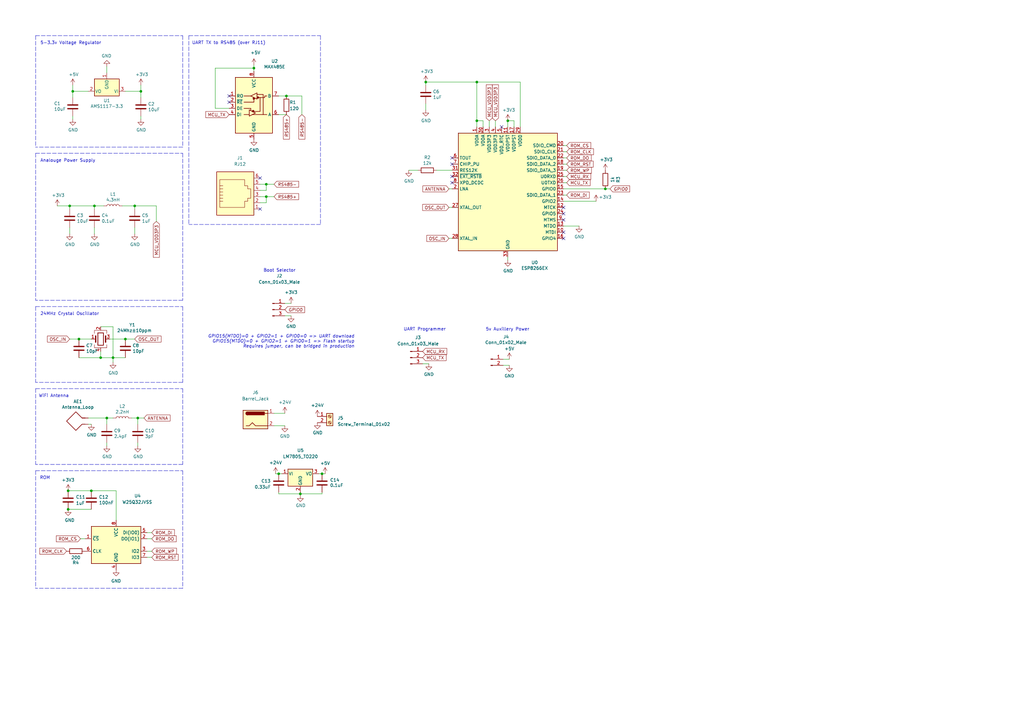
<source format=kicad_sch>
(kicad_sch (version 20201015) (generator eeschema)
  (paper "A3")
  (title_block (title "IOT-ESP8266-RS485 Master") (date "2021-07-19") (rev "v0.1.0"))
  (lib_symbols
    (symbol "Connector:Barrel_Jack" (pin_names (offset 1.016))
      (property "Reference" "J" (at 0 5.334 0))
      (property "Value" "Barrel_Jack" (at 0 -5.08 0))
      (symbol "Barrel_Jack_0_1"
        (arc (start -3.302 3.175) (end -3.302 1.905) (radius (at -3.302 2.54) (length 0.635) (angles 90.1 -90.1)) (stroke (width 0.254)) (fill (type outline)))
        (arc (start -3.302 3.175) (end -3.302 1.905) (radius (at -3.302 2.54) (length 0.635) (angles 90.1 -90.1)) (stroke (width 0.254)))
        (rectangle (start -5.08 3.81) (end 5.08 -3.81) (stroke (width 0.254)) (fill (type background)))
        (rectangle (start 3.683 3.175) (end -3.302 1.905) (stroke (width 0.254)) (fill (type outline)))
        (polyline (pts (xy 5.08 2.54) (xy 3.81 2.54)) (stroke (width 0.254)))
        (polyline (pts (xy -3.81 -2.54) (xy -2.54 -2.54) (xy -1.27 -1.27) (xy 0 -2.54) (xy 2.54 -2.54) (xy 5.08 -2.54)) (stroke (width 0.254)))
      )
      (symbol "Barrel_Jack_1_1"
        (pin passive line (at 7.62 2.54 180) (length 2.54) (name "~") (number "1"))
        (pin passive line (at 7.62 -2.54 180) (length 2.54) (name "~") (number "2"))
      )
    )
    (symbol "Connector:Conn_01x02_Male" (pin_names (offset 1.016) hide)
      (property "Reference" "J" (at 0 2.54 0))
      (property "Value" "Conn_01x02_Male" (at 0 -5.08 0))
      (symbol "Conn_01x02_Male_1_1"
        (rectangle (start 0.8636 -2.413) (end 0 -2.667) (stroke (width 0.1524)) (fill (type outline)))
        (rectangle (start 0.8636 0.127) (end 0 -0.127) (stroke (width 0.1524)) (fill (type outline)))
        (polyline (pts (xy 1.27 -2.54) (xy 0.8636 -2.54)) (stroke (width 0.1524)))
        (polyline (pts (xy 1.27 0) (xy 0.8636 0)) (stroke (width 0.1524)))
        (pin passive line (at 5.08 0 180) (length 3.81) (name "Pin_1") (number "1"))
        (pin passive line (at 5.08 -2.54 180) (length 3.81) (name "Pin_2") (number "2"))
      )
    )
    (symbol "Connector:Conn_01x03_Male" (pin_names (offset 1.016) hide)
      (property "Reference" "J" (at 0 5.08 0))
      (property "Value" "Conn_01x03_Male" (at 0 -5.08 0))
      (symbol "Conn_01x03_Male_1_1"
        (rectangle (start 0.8636 -2.413) (end 0 -2.667) (stroke (width 0.1524)) (fill (type outline)))
        (rectangle (start 0.8636 0.127) (end 0 -0.127) (stroke (width 0.1524)) (fill (type outline)))
        (rectangle (start 0.8636 2.667) (end 0 2.413) (stroke (width 0.1524)) (fill (type outline)))
        (polyline (pts (xy 1.27 -2.54) (xy 0.8636 -2.54)) (stroke (width 0.1524)))
        (polyline (pts (xy 1.27 0) (xy 0.8636 0)) (stroke (width 0.1524)))
        (polyline (pts (xy 1.27 2.54) (xy 0.8636 2.54)) (stroke (width 0.1524)))
        (pin passive line (at 5.08 2.54 180) (length 3.81) (name "Pin_1") (number "1"))
        (pin passive line (at 5.08 0 180) (length 3.81) (name "Pin_2") (number "2"))
        (pin passive line (at 5.08 -2.54 180) (length 3.81) (name "Pin_3") (number "3"))
      )
    )
    (symbol "Connector:RJ12" (pin_names (offset 1.016))
      (property "Reference" "J" (at -5.08 11.43 0))
      (property "Value" "RJ12" (at 2.54 11.43 0))
      (symbol "RJ12_0_1"
        (rectangle (start 7.62 10.16) (end -7.62 -7.62) (stroke (width 0.254)) (fill (type background)))
        (polyline (pts (xy -6.35 -1.905) (xy -5.08 -1.905) (xy -5.08 -1.905)))
        (polyline (pts (xy -6.35 -0.635) (xy -5.08 -0.635) (xy -5.08 -0.635)))
        (polyline (pts (xy -6.35 0.635) (xy -5.08 0.635) (xy -5.08 0.635)))
        (polyline (pts (xy -6.35 1.905) (xy -5.08 1.905) (xy -5.08 1.905)))
        (polyline (pts (xy -6.35 3.175) (xy -5.08 3.175) (xy -5.08 3.175)))
        (polyline (pts (xy -5.08 4.445) (xy -6.35 4.445) (xy -6.35 4.445)))
        (polyline (pts (xy -6.35 -4.445) (xy -6.35 6.985) (xy 3.81 6.985) (xy 3.81 4.445) (xy 5.08 4.445) (xy 5.08 3.175) (xy 6.35 3.175) (xy 6.35 -0.635) (xy 5.08 -0.635) (xy 5.08 -1.905) (xy 3.81 -1.905) (xy 3.81 -4.445) (xy -6.35 -4.445) (xy -6.35 -4.445)))
      )
      (symbol "RJ12_1_1"
        (pin passive line (at 10.16 -5.08 180) (length 2.54) (name "~") (number "1"))
        (pin passive line (at 10.16 -2.54 180) (length 2.54) (name "~") (number "2"))
        (pin passive line (at 10.16 0 180) (length 2.54) (name "~") (number "3"))
        (pin passive line (at 10.16 2.54 180) (length 2.54) (name "~") (number "4"))
        (pin passive line (at 10.16 5.08 180) (length 2.54) (name "~") (number "5"))
        (pin passive line (at 10.16 7.62 180) (length 2.54) (name "~") (number "6"))
      )
    )
    (symbol "Connector:Screw_Terminal_01x02" (pin_names (offset 1.016) hide)
      (property "Reference" "J" (at 0 2.54 0))
      (property "Value" "Screw_Terminal_01x02" (at 0 -5.08 0))
      (symbol "Screw_Terminal_01x02_1_1"
        (circle (center 0 -2.54) (radius 0.635) (stroke (width 0.1524)))
        (circle (center 0 0) (radius 0.635) (stroke (width 0.1524)))
        (rectangle (start -1.27 1.27) (end 1.27 -3.81) (stroke (width 0.254)) (fill (type background)))
        (polyline (pts (xy -0.5334 -2.2098) (xy 0.3302 -3.048)) (stroke (width 0.1524)))
        (polyline (pts (xy -0.5334 0.3302) (xy 0.3302 -0.508)) (stroke (width 0.1524)))
        (polyline (pts (xy -0.3556 -2.032) (xy 0.508 -2.8702)) (stroke (width 0.1524)))
        (polyline (pts (xy -0.3556 0.508) (xy 0.508 -0.3302)) (stroke (width 0.1524)))
        (pin passive line (at -5.08 0 0) (length 3.81) (name "Pin_1") (number "1"))
        (pin passive line (at -5.08 -2.54 0) (length 3.81) (name "Pin_2") (number "2"))
      )
    )
    (symbol "Device:Antenna_Loop" (pin_numbers hide) (pin_names (offset 1.016) hide)
      (property "Reference" "AE" (at 1.27 6.35 0))
      (property "Value" "Antenna_Loop" (at 1.27 5.08 0))
      (symbol "Antenna_Loop_0_1"
        (polyline (pts (xy 2.54 -3.81) (xy 2.54 -2.54) (xy 5.08 0) (xy 1.27 3.81) (xy -2.54 0) (xy 0 -2.54) (xy 0 -3.81)) (stroke (width 0.254)))
      )
      (symbol "Antenna_Loop_1_1"
        (pin input line (at 0 -5.08 90) (length 2.54) (name "~") (number "1"))
        (pin input line (at 2.54 -5.08 90) (length 2.54) (name "~") (number "2"))
      )
    )
    (symbol "Device:C" (pin_numbers hide) (pin_names (offset 0.254))
      (property "Reference" "C" (at 0.635 2.54 0))
      (property "Value" "C" (at 0.635 -2.54 0))
      (symbol "C_0_1"
        (polyline (pts (xy -2.032 -0.762) (xy 2.032 -0.762)) (stroke (width 0.508)))
        (polyline (pts (xy -2.032 0.762) (xy 2.032 0.762)) (stroke (width 0.508)))
      )
      (symbol "C_1_1"
        (pin passive line (at 0 3.81 270) (length 2.794) (name "~") (number "1"))
        (pin passive line (at 0 -3.81 90) (length 2.794) (name "~") (number "2"))
      )
    )
    (symbol "Device:Crystal_GND24" (pin_names (offset 1.016) hide)
      (property "Reference" "Y" (at 3.175 5.08 0))
      (property "Value" "Crystal_GND24" (at 3.175 3.175 0))
      (symbol "Crystal_GND24_0_1"
        (rectangle (start -1.143 2.54) (end 1.143 -2.54) (stroke (width 0.3048)))
        (polyline (pts (xy -2.54 0) (xy -2.032 0)))
        (polyline (pts (xy -2.032 -1.27) (xy -2.032 1.27)) (stroke (width 0.508)))
        (polyline (pts (xy 0 -3.81) (xy 0 -3.556)))
        (polyline (pts (xy 0 3.556) (xy 0 3.81)))
        (polyline (pts (xy 2.032 -1.27) (xy 2.032 1.27)) (stroke (width 0.508)))
        (polyline (pts (xy 2.032 0) (xy 2.54 0)))
        (polyline (pts (xy -2.54 -2.286) (xy -2.54 -3.556) (xy 2.54 -3.556) (xy 2.54 -2.286)))
        (polyline (pts (xy -2.54 2.286) (xy -2.54 3.556) (xy 2.54 3.556) (xy 2.54 2.286)))
      )
      (symbol "Crystal_GND24_1_1"
        (pin passive line (at -3.81 0 0) (length 1.27) (name "1") (number "1"))
        (pin passive line (at 0 5.08 270) (length 1.27) (name "2") (number "2"))
        (pin passive line (at 3.81 0 180) (length 1.27) (name "3") (number "3"))
        (pin passive line (at 0 -5.08 90) (length 1.27) (name "4") (number "4"))
      )
    )
    (symbol "Device:L" (pin_numbers hide) (pin_names (offset 1.016) hide)
      (property "Reference" "L" (at -1.27 0 90))
      (property "Value" "L" (at 1.905 0 90))
      (symbol "L_0_1"
        (arc (start 0 -2.54) (end 0 -1.27) (radius (at 0 -1.905) (length 0.635) (angles -89.9 89.9)))
        (arc (start 0 -1.27) (end 0 0) (radius (at 0 -0.635) (length 0.635) (angles -89.9 89.9)))
        (arc (start 0 0) (end 0 1.27) (radius (at 0 0.635) (length 0.635) (angles -89.9 89.9)))
        (arc (start 0 1.27) (end 0 2.54) (radius (at 0 1.905) (length 0.635) (angles -89.9 89.9)))
      )
      (symbol "L_1_1"
        (pin passive line (at 0 3.81 270) (length 1.27) (name "1") (number "1"))
        (pin passive line (at 0 -3.81 90) (length 1.27) (name "2") (number "2"))
      )
    )
    (symbol "Device:R" (pin_numbers hide) (pin_names (offset 0))
      (property "Reference" "R" (at 2.032 0 90))
      (property "Value" "R" (at 0 0 90))
      (symbol "R_0_1"
        (rectangle (start -1.016 -2.54) (end 1.016 2.54) (stroke (width 0.254)))
      )
      (symbol "R_1_1"
        (pin passive line (at 0 3.81 270) (length 1.27) (name "~") (number "1"))
        (pin passive line (at 0 -3.81 90) (length 1.27) (name "~") (number "2"))
      )
    )
    (symbol "Interface_UART:MAX485E"
      (property "Reference" "U" (at -6.096 11.43 0))
      (property "Value" "MAX485E" (at 0.762 11.43 0))
      (symbol "MAX485E_0_1"
        (circle (center -0.3048 -3.683) (radius 0.3556) (stroke (width 0.254)) (fill (type outline)))
        (circle (center -0.0254 1.4986) (radius 0.3556) (stroke (width 0.254)) (fill (type outline)))
        (circle (center 1.651 1.905) (radius 0.3556) (stroke (width 0.254)) (fill (type outline)))
        (rectangle (start -7.62 10.16) (end 7.62 -12.7) (stroke (width 0.254)) (fill (type background)))
        (rectangle (start 1.27 3.175) (end 1.27 3.175))
        (polyline (pts (xy -4.064 -5.08) (xy -1.905 -5.08)) (stroke (width 0.254)))
        (polyline (pts (xy -4.064 2.54) (xy -1.27 2.54)) (stroke (width 0.254)))
        (polyline (pts (xy -1.27 -3.2004) (xy -1.27 -3.4544)) (stroke (width 0.254)))
        (polyline (pts (xy -0.635 -5.08) (xy 5.334 -5.08)) (stroke (width 0.254)))
        (polyline (pts (xy -4.064 -2.54) (xy -1.27 -2.54) (xy -1.27 -3.175)) (stroke (width 0.254)))
        (polyline (pts (xy 0 1.27) (xy 0 0) (xy -4.064 0)) (stroke (width 0.254)))
        (polyline (pts (xy 1.27 3.175) (xy 3.81 3.175) (xy 3.81 -5.08)) (stroke (width 0.254)))
        (polyline (pts (xy 2.54 1.905) (xy 2.54 -3.81) (xy 0 -3.81)) (stroke (width 0.254)))
        (polyline (pts (xy -1.905 -3.175) (xy -1.905 -5.715) (xy 0.635 -4.445) (xy -1.905 -3.175)) (stroke (width 0.254)))
        (polyline (pts (xy -1.27 2.54) (xy 1.27 3.81) (xy 1.27 1.27) (xy -1.27 2.54)) (stroke (width 0.254)))
        (polyline (pts (xy 1.905 1.905) (xy 4.445 1.905) (xy 4.445 2.54) (xy 5.334 2.54)) (stroke (width 0.254)))
      )
      (symbol "MAX485E_1_1"
        (pin output line (at -10.16 2.54 0) (length 2.54) (name "RO") (number "1"))
        (pin input line (at -10.16 0 0) (length 2.54) (name "~RE") (number "2"))
        (pin input line (at -10.16 -2.54 0) (length 2.54) (name "DE") (number "3"))
        (pin input line (at -10.16 -5.08 0) (length 2.54) (name "DI") (number "4"))
        (pin power_in line (at 0 -15.24 90) (length 2.54) (name "GND") (number "5"))
        (pin bidirectional line (at 10.16 -5.08 180) (length 2.54) (name "A") (number "6"))
        (pin bidirectional line (at 10.16 2.54 180) (length 2.54) (name "B") (number "7"))
        (pin power_in line (at 0 12.7 270) (length 2.54) (name "VCC") (number "8"))
      )
    )
    (symbol "MCU_Espressif:ESP8266EX"
      (property "Reference" "U" (at 0 2.54 0))
      (property "Value" "ESP8266EX" (at 0 -2.54 0))
      (symbol "ESP8266EX_0_1"
        (rectangle (start -20.32 22.86) (end 20.32 -25.4) (stroke (width 0.254)) (fill (type background)))
      )
      (symbol "ESP8266EX_1_1"
        (pin power_in line (at -12.7 25.4 270) (length 2.54) (name "VDDA") (number "1"))
        (pin bidirectional line (at 22.86 -17.78 180) (length 2.54) (name "MTDI") (number "10"))
        (pin power_in line (at 0 25.4 270) (length 2.54) (name "VDDPST") (number "11"))
        (pin bidirectional line (at 22.86 -7.62 180) (length 2.54) (name "MTCK") (number "12"))
        (pin bidirectional line (at 22.86 -15.24 180) (length 2.54) (name "MTDO") (number "13"))
        (pin bidirectional line (at 22.86 -5.08 180) (length 2.54) (name "GPIO2") (number "14"))
        (pin bidirectional line (at 22.86 0 180) (length 2.54) (name "GPIO0") (number "15"))
        (pin bidirectional line (at 22.86 -20.32 180) (length 2.54) (name "GPIO4") (number "16"))
        (pin power_in line (at 2.54 25.4 270) (length 2.54) (name "VDDPST") (number "17"))
        (pin bidirectional line (at 22.86 10.16 180) (length 2.54) (name "SDIO_DATA_2") (number "18"))
        (pin bidirectional line (at 22.86 7.62 180) (length 2.54) (name "SDIO_DATA_3") (number "19"))
        (pin bidirectional line (at -22.86 0 0) (length 2.54) (name "LNA") (number "2"))
        (pin bidirectional line (at 22.86 17.78 180) (length 2.54) (name "SDIO_CMD") (number "20"))
        (pin bidirectional line (at 22.86 15.24 180) (length 2.54) (name "SDIO_CLK") (number "21"))
        (pin bidirectional line (at 22.86 12.7 180) (length 2.54) (name "SDIO_DATA_0") (number "22"))
        (pin bidirectional line (at 22.86 -2.54 180) (length 2.54) (name "SDIO_DATA_1") (number "23"))
        (pin bidirectional line (at 22.86 -10.16 180) (length 2.54) (name "GPIO5") (number "24"))
        (pin bidirectional line (at 22.86 5.08 180) (length 2.54) (name "U0RXD") (number "25"))
        (pin bidirectional line (at 22.86 2.54 180) (length 2.54) (name "U0TXD") (number "26"))
        (pin bidirectional line (at -22.86 -7.62 0) (length 2.54) (name "XTAL_OUT") (number "27"))
        (pin bidirectional line (at -22.86 -20.32 0) (length 2.54) (name "XTAL_IN") (number "28"))
        (pin power_in line (at 5.08 25.4 270) (length 2.54) (name "VDDD") (number "29"))
        (pin power_in line (at -7.62 25.4 270) (length 2.54) (name "VDD3P3") (number "3"))
        (pin power_in line (at -10.16 25.4 270) (length 2.54) (name "VDDA") (number "30"))
        (pin input line (at -22.86 7.62 0) (length 2.54) (name "RES12K") (number "31"))
        (pin input line (at -22.86 5.08 0) (length 2.54) (name "~EXT_RSTB~") (number "32"))
        (pin power_in line (at 0 -27.94 90) (length 2.54) (name "GND") (number "33"))
        (pin power_in line (at -5.08 25.4 270) (length 2.54) (name "VDD3P3") (number "4"))
        (pin power_in line (at -2.54 25.4 270) (length 2.54) (name "VDD_RTC") (number "5"))
        (pin input line (at -22.86 12.7 0) (length 2.54) (name "TOUT") (number "6"))
        (pin input line (at -22.86 10.16 0) (length 2.54) (name "CHIP_PU") (number "7"))
        (pin bidirectional line (at -22.86 2.54 0) (length 2.54) (name "XPD_DCDC") (number "8"))
        (pin bidirectional line (at 22.86 -12.7 180) (length 2.54) (name "MTMS") (number "9"))
      )
    )
    (symbol "Memory_Flash:W25Q32JVSS"
      (property "Reference" "U" (at -8.89 8.89 0))
      (property "Value" "W25Q32JVSS" (at 7.62 8.89 0))
      (symbol "W25Q32JVSS_0_1"
        (rectangle (start -10.16 7.62) (end 10.16 -7.62) (stroke (width 0.254)) (fill (type background)))
      )
      (symbol "W25Q32JVSS_1_1"
        (pin input line (at -12.7 2.54 0) (length 2.54) (name "~CS") (number "1"))
        (pin bidirectional line (at 12.7 2.54 180) (length 2.54) (name "DO(IO1)") (number "2"))
        (pin bidirectional line (at 12.7 -2.54 180) (length 2.54) (name "IO2") (number "3"))
        (pin power_in line (at 0 -10.16 90) (length 2.54) (name "GND") (number "4"))
        (pin bidirectional line (at 12.7 5.08 180) (length 2.54) (name "DI(IO0)") (number "5"))
        (pin input line (at -12.7 -2.54 0) (length 2.54) (name "CLK") (number "6"))
        (pin bidirectional line (at 12.7 -5.08 180) (length 2.54) (name "IO3") (number "7"))
        (pin power_in line (at 0 10.16 270) (length 2.54) (name "VCC") (number "8"))
      )
    )
    (symbol "Regulator_Linear:AMS1117-3.3" (pin_names (offset 0.254))
      (property "Reference" "U" (at -3.81 3.175 0))
      (property "Value" "AMS1117-3.3" (at 0 3.175 0))
      (symbol "AMS1117-3.3_0_1"
        (rectangle (start -5.08 -5.08) (end 5.08 1.905) (stroke (width 0.254)) (fill (type background)))
      )
      (symbol "AMS1117-3.3_1_1"
        (pin power_in line (at 0 -7.62 90) (length 2.54) (name "GND") (number "1"))
        (pin power_out line (at 7.62 0 180) (length 2.54) (name "VO") (number "2"))
        (pin power_in line (at -7.62 0 0) (length 2.54) (name "VI") (number "3"))
      )
    )
    (symbol "Regulator_Linear:LM7805_TO220" (pin_names (offset 0.254))
      (property "Reference" "U" (at -3.81 3.175 0))
      (property "Value" "LM7805_TO220" (at 0 3.175 0))
      (symbol "LM7805_TO220_0_1"
        (rectangle (start -5.08 1.905) (end 5.08 -5.08) (stroke (width 0.254)) (fill (type background)))
      )
      (symbol "LM7805_TO220_1_1"
        (pin power_in line (at -7.62 0 0) (length 2.54) (name "VI") (number "1"))
        (pin power_in line (at 0 -7.62 90) (length 2.54) (name "GND") (number "2"))
        (pin power_out line (at 7.62 0 180) (length 2.54) (name "VO") (number "3"))
      )
    )
    (symbol "power:+24V" (power) (pin_names (offset 0))
      (property "Value" "+24V" (at 0 3.556 0))
      (symbol "+24V_0_1"
        (polyline (pts (xy -0.762 1.27) (xy 0 2.54)))
        (polyline (pts (xy 0 0) (xy 0 2.54)))
        (polyline (pts (xy 0 2.54) (xy 0.762 1.27)))
      )
      (symbol "+24V_1_1"
        (pin power_in line (at 0 0 90) (length 0) hide (name "+24V") (number "1"))
      )
    )
    (symbol "power:+3V3" (power) (pin_names (offset 0))
      (property "Value" "+3V3" (at 0 3.556 0))
      (symbol "+3V3_0_1"
        (polyline (pts (xy -0.762 1.27) (xy 0 2.54)))
        (polyline (pts (xy 0 0) (xy 0 2.54)))
        (polyline (pts (xy 0 2.54) (xy 0.762 1.27)))
      )
      (symbol "+3V3_1_1"
        (pin power_in line (at 0 0 90) (length 0) hide (name "+3V3") (number "1"))
      )
    )
    (symbol "power:+5V" (power) (pin_names (offset 0))
      (property "Value" "+5V" (at 0 3.556 0))
      (symbol "+5V_0_1"
        (polyline (pts (xy -0.762 1.27) (xy 0 2.54)))
        (polyline (pts (xy 0 0) (xy 0 2.54)))
        (polyline (pts (xy 0 2.54) (xy 0.762 1.27)))
      )
      (symbol "+5V_1_1"
        (pin power_in line (at 0 0 90) (length 0) hide (name "+5V") (number "1"))
      )
    )
    (symbol "power:GND" (power) (pin_names (offset 0))
      (property "Value" "GND" (at 0 -3.81 0))
      (symbol "GND_0_1"
        (polyline (pts (xy 0 0) (xy 0 -1.27) (xy 1.27 -1.27) (xy 0 -2.54) (xy -1.27 -1.27) (xy 0 -1.27)))
      )
      (symbol "GND_1_1"
        (pin power_in line (at 0 0 270) (length 0) hide (name "GND") (number "1"))
      )
    )
  )
  (junction (at 27.94 201.295) (diameter 0.9144))
  (junction (at 27.94 208.915) (diameter 0.9144))
  (junction (at 28.575 84.455) (diameter 0.9144))
  (junction (at 29.845 37.465) (diameter 0.9144))
  (junction (at 32.385 139.065) (diameter 0.9144))
  (junction (at 37.465 201.295) (diameter 0.9144))
  (junction (at 38.735 84.455) (diameter 0.9144))
  (junction (at 41.275 146.685) (diameter 0.9144))
  (junction (at 43.815 171.45) (diameter 0.9144))
  (junction (at 46.355 146.685) (diameter 0.9144))
  (junction (at 51.435 139.065) (diameter 0.9144))
  (junction (at 55.245 84.455) (diameter 0.9144))
  (junction (at 56.515 171.45) (diameter 0.9144))
  (junction (at 57.785 37.465) (diameter 0.9144))
  (junction (at 104.14 27.94) (diameter 0.9144))
  (junction (at 109.22 75.565) (diameter 0.9144))
  (junction (at 109.22 80.645) (diameter 0.9144))
  (junction (at 114.3 194.31) (diameter 0.9144))
  (junction (at 117.475 39.37) (diameter 0.9144))
  (junction (at 123.19 202.565) (diameter 0.9144))
  (junction (at 132.08 194.31) (diameter 0.9144))
  (junction (at 174.625 33.655) (diameter 0.9144))
  (junction (at 195.58 33.655) (diameter 0.9144))
  (junction (at 195.58 49.53) (diameter 0.9144))
  (junction (at 208.28 49.53) (diameter 0.9144))
  (junction (at 248.285 77.47) (diameter 0.9144))
  (no_connect (at 205.74 52.07))
  (no_connect (at 93.98 41.91))
  (no_connect (at 93.98 39.37))
  (no_connect (at 106.68 85.725))
  (no_connect (at 185.42 64.77))
  (no_connect (at 185.42 67.31))
  (no_connect (at 185.42 72.39))
  (no_connect (at 185.42 74.93))
  (no_connect (at 231.14 85.09))
  (no_connect (at 231.14 87.63))
  (no_connect (at 231.14 90.17))
  (no_connect (at 231.14 95.25))
  (no_connect (at 231.14 97.79))
  (no_connect (at 106.68 73.025))
  (wire (pts (xy 23.495 84.455) (xy 28.575 84.455)))
  (wire (pts (xy 27.94 201.295) (xy 37.465 201.295)))
  (wire (pts (xy 27.94 208.915) (xy 37.465 208.915)))
  (wire (pts (xy 28.575 84.455) (xy 38.735 84.455)))
  (wire (pts (xy 28.575 85.725) (xy 28.575 84.455)))
  (wire (pts (xy 28.575 93.345) (xy 28.575 95.885)))
  (wire (pts (xy 29.845 37.465) (xy 29.845 34.925)))
  (wire (pts (xy 29.845 40.005) (xy 29.845 37.465)))
  (wire (pts (xy 29.845 47.625) (xy 29.845 48.895)))
  (wire (pts (xy 32.385 139.065) (xy 28.575 139.065)))
  (wire (pts (xy 32.385 146.685) (xy 41.275 146.685)))
  (wire (pts (xy 33.02 220.98) (xy 34.925 220.98)))
  (wire (pts (xy 36.195 37.465) (xy 29.845 37.465)))
  (wire (pts (xy 36.195 173.99) (xy 37.465 173.99)))
  (wire (pts (xy 37.465 139.065) (xy 32.385 139.065)))
  (wire (pts (xy 37.465 201.295) (xy 47.625 201.295)))
  (wire (pts (xy 38.735 84.455) (xy 42.545 84.455)))
  (wire (pts (xy 38.735 85.725) (xy 38.735 84.455)))
  (wire (pts (xy 38.735 93.345) (xy 38.735 95.885)))
  (wire (pts (xy 41.275 133.985) (xy 46.355 133.985)))
  (wire (pts (xy 41.275 144.145) (xy 41.275 146.685)))
  (wire (pts (xy 43.815 29.845) (xy 43.815 27.305)))
  (wire (pts (xy 43.815 171.45) (xy 36.195 171.45)))
  (wire (pts (xy 43.815 171.45) (xy 43.815 173.99)))
  (wire (pts (xy 43.815 182.88) (xy 43.815 181.61)))
  (wire (pts (xy 45.085 139.065) (xy 51.435 139.065)))
  (wire (pts (xy 46.355 133.985) (xy 46.355 146.685)))
  (wire (pts (xy 46.355 146.685) (xy 41.275 146.685)))
  (wire (pts (xy 46.355 146.685) (xy 46.355 148.59)))
  (wire (pts (xy 46.355 146.685) (xy 51.435 146.685)))
  (wire (pts (xy 46.355 171.45) (xy 43.815 171.45)))
  (wire (pts (xy 47.625 201.295) (xy 47.625 213.36)))
  (wire (pts (xy 50.165 84.455) (xy 55.245 84.455)))
  (wire (pts (xy 51.435 37.465) (xy 57.785 37.465)))
  (wire (pts (xy 51.435 139.065) (xy 55.245 139.065)))
  (wire (pts (xy 55.245 84.455) (xy 55.245 85.725)))
  (wire (pts (xy 55.245 84.455) (xy 64.135 84.455)))
  (wire (pts (xy 55.245 93.345) (xy 55.245 95.885)))
  (wire (pts (xy 56.515 171.45) (xy 53.975 171.45)))
  (wire (pts (xy 56.515 171.45) (xy 56.515 173.99)))
  (wire (pts (xy 56.515 181.61) (xy 56.515 182.88)))
  (wire (pts (xy 57.785 37.465) (xy 57.785 34.925)))
  (wire (pts (xy 57.785 37.465) (xy 57.785 40.005)))
  (wire (pts (xy 57.785 47.625) (xy 57.785 48.895)))
  (wire (pts (xy 59.055 171.45) (xy 56.515 171.45)))
  (wire (pts (xy 60.325 218.44) (xy 62.23 218.44)))
  (wire (pts (xy 60.325 220.98) (xy 62.23 220.98)))
  (wire (pts (xy 60.325 226.06) (xy 62.23 226.06)))
  (wire (pts (xy 60.325 228.6) (xy 62.23 228.6)))
  (wire (pts (xy 64.135 84.455) (xy 64.135 90.805)))
  (wire (pts (xy 88.265 27.94) (xy 104.14 27.94)))
  (wire (pts (xy 88.265 44.45) (xy 88.265 27.94)))
  (wire (pts (xy 93.98 44.45) (xy 88.265 44.45)))
  (wire (pts (xy 104.14 26.67) (xy 104.14 27.94)))
  (wire (pts (xy 104.14 27.94) (xy 104.14 29.21)))
  (wire (pts (xy 106.68 75.565) (xy 109.22 75.565)))
  (wire (pts (xy 106.68 80.645) (xy 109.22 80.645)))
  (wire (pts (xy 106.68 83.185) (xy 109.22 83.185)))
  (wire (pts (xy 109.22 75.565) (xy 109.22 78.105)))
  (wire (pts (xy 109.22 75.565) (xy 112.395 75.565)))
  (wire (pts (xy 109.22 78.105) (xy 106.68 78.105)))
  (wire (pts (xy 109.22 80.645) (xy 112.395 80.645)))
  (wire (pts (xy 109.22 83.185) (xy 109.22 80.645)))
  (wire (pts (xy 112.395 169.545) (xy 116.84 169.545)))
  (wire (pts (xy 112.395 174.625) (xy 116.84 174.625)))
  (wire (pts (xy 113.03 194.31) (xy 114.3 194.31)))
  (wire (pts (xy 114.3 39.37) (xy 117.475 39.37)))
  (wire (pts (xy 114.3 46.99) (xy 117.475 46.99)))
  (wire (pts (xy 114.3 194.31) (xy 115.57 194.31)))
  (wire (pts (xy 114.3 202.565) (xy 114.3 201.93)))
  (wire (pts (xy 116.84 124.46) (xy 119.38 124.46)))
  (wire (pts (xy 116.84 129.54) (xy 119.38 129.54)))
  (wire (pts (xy 117.475 39.37) (xy 123.825 39.37)))
  (wire (pts (xy 123.19 201.93) (xy 123.19 202.565)))
  (wire (pts (xy 123.19 202.565) (xy 114.3 202.565)))
  (wire (pts (xy 123.19 202.565) (xy 123.19 203.2)))
  (wire (pts (xy 123.19 202.565) (xy 132.08 202.565)))
  (wire (pts (xy 123.825 39.37) (xy 123.825 46.99)))
  (wire (pts (xy 130.81 194.31) (xy 132.08 194.31)))
  (wire (pts (xy 132.08 194.31) (xy 133.35 194.31)))
  (wire (pts (xy 132.08 202.565) (xy 132.08 201.93)))
  (wire (pts (xy 171.45 69.85) (xy 167.64 69.85)))
  (wire (pts (xy 173.355 149.225) (xy 175.895 149.225)))
  (wire (pts (xy 174.625 33.655) (xy 174.625 34.925)))
  (wire (pts (xy 174.625 33.655) (xy 195.58 33.655)))
  (wire (pts (xy 174.625 42.545) (xy 174.625 45.085)))
  (wire (pts (xy 184.15 77.47) (xy 185.42 77.47)))
  (wire (pts (xy 184.15 85.09) (xy 185.42 85.09)))
  (wire (pts (xy 184.15 97.79) (xy 185.42 97.79)))
  (wire (pts (xy 185.42 69.85) (xy 179.07 69.85)))
  (wire (pts (xy 195.58 33.655) (xy 195.58 49.53)))
  (wire (pts (xy 195.58 33.655) (xy 213.36 33.655)))
  (wire (pts (xy 195.58 49.53) (xy 195.58 52.07)))
  (wire (pts (xy 195.58 49.53) (xy 198.12 49.53)))
  (wire (pts (xy 198.12 49.53) (xy 198.12 52.07)))
  (wire (pts (xy 200.66 49.53) (xy 200.66 52.07)))
  (wire (pts (xy 203.2 49.53) (xy 203.2 52.07)))
  (wire (pts (xy 206.375 147.32) (xy 208.915 147.32)))
  (wire (pts (xy 206.375 149.86) (xy 208.915 149.86)))
  (wire (pts (xy 208.28 49.53) (xy 208.28 52.07)))
  (wire (pts (xy 208.28 49.53) (xy 210.82 49.53)))
  (wire (pts (xy 208.28 105.41) (xy 208.28 106.68)))
  (wire (pts (xy 210.82 49.53) (xy 210.82 52.07)))
  (wire (pts (xy 213.36 33.655) (xy 213.36 52.07)))
  (wire (pts (xy 231.14 59.69) (xy 232.41 59.69)))
  (wire (pts (xy 231.14 62.23) (xy 232.41 62.23)))
  (wire (pts (xy 231.14 64.77) (xy 232.41 64.77)))
  (wire (pts (xy 231.14 67.31) (xy 232.41 67.31)))
  (wire (pts (xy 231.14 69.85) (xy 232.41 69.85)))
  (wire (pts (xy 231.14 72.39) (xy 232.41 72.39)))
  (wire (pts (xy 231.14 74.93) (xy 232.41 74.93)))
  (wire (pts (xy 231.14 77.47) (xy 248.285 77.47)))
  (wire (pts (xy 231.14 80.01) (xy 232.41 80.01)))
  (wire (pts (xy 231.14 82.55) (xy 244.475 82.55)))
  (wire (pts (xy 231.14 92.71) (xy 237.49 92.71)))
  (wire (pts (xy 248.285 77.47) (xy 250.19 77.47)))
  (polyline (pts (xy 14.605 14.605) (xy 14.605 60.325)) (stroke (width 0) (type dash)))
  (polyline (pts (xy 14.605 14.605) (xy 74.93 14.605)) (stroke (width 0) (type dash)))
  (polyline (pts (xy 14.605 62.865) (xy 14.605 123.19)) (stroke (width 0) (type dash)))
  (polyline (pts (xy 14.605 62.865) (xy 74.93 62.865)) (stroke (width 0) (type dash)))
  (polyline (pts (xy 14.605 125.73) (xy 14.605 156.845)) (stroke (width 0) (type dash)))
  (polyline (pts (xy 14.605 125.73) (xy 74.93 125.73)) (stroke (width 0) (type dash)))
  (polyline (pts (xy 14.605 159.385) (xy 14.605 190.5)) (stroke (width 0) (type dash)))
  (polyline (pts (xy 14.605 159.385) (xy 74.93 159.385)) (stroke (width 0) (type dash)))
  (polyline (pts (xy 14.605 193.04) (xy 14.605 241.3)) (stroke (width 0) (type dash)))
  (polyline (pts (xy 14.605 193.04) (xy 74.93 193.04)) (stroke (width 0) (type dash)))
  (polyline (pts (xy 74.93 14.605) (xy 74.93 60.325)) (stroke (width 0) (type dash)))
  (polyline (pts (xy 74.93 60.325) (xy 14.605 60.325)) (stroke (width 0) (type dash)))
  (polyline (pts (xy 74.93 62.865) (xy 74.93 123.19)) (stroke (width 0) (type dash)))
  (polyline (pts (xy 74.93 123.19) (xy 14.605 123.19)) (stroke (width 0) (type dash)))
  (polyline (pts (xy 74.93 125.73) (xy 74.93 156.845)) (stroke (width 0) (type dash)))
  (polyline (pts (xy 74.93 156.845) (xy 14.605 156.845)) (stroke (width 0) (type dash)))
  (polyline (pts (xy 74.93 159.385) (xy 74.93 190.5)) (stroke (width 0) (type dash)))
  (polyline (pts (xy 74.93 190.5) (xy 14.605 190.5)) (stroke (width 0) (type dash)))
  (polyline (pts (xy 74.93 193.04) (xy 74.93 241.3)) (stroke (width 0) (type dash)))
  (polyline (pts (xy 74.93 241.3) (xy 14.605 241.3)) (stroke (width 0) (type dash)))
  (polyline (pts (xy 77.47 14.605) (xy 77.47 92.075)) (stroke (width 0) (type dash)))
  (polyline (pts (xy 77.47 14.605) (xy 131.445 14.605)) (stroke (width 0) (type dash)))
  (polyline (pts (xy 131.445 14.605) (xy 131.445 92.075)) (stroke (width 0) (type dash)))
  (polyline (pts (xy 131.445 92.075) (xy 77.47 92.075)) (stroke (width 0) (type dash)))
  (text "WiFi Antenna" (at 15.875 163.195 0) (effects (font (size 1.27 1.27)) (justify left bottom)))
  (text "ROM" (at 16.3142 196.8111 0) (effects (font (size 1.27 1.27)) (justify left bottom)))
  (text "5-3.3v Voltage Regulator" (at 16.51 18.415 0) (effects (font (size 1.27 1.27)) (justify left bottom)))
  (text "Analouge Power Supply" (at 16.51 66.675 0) (effects (font (size 1.27 1.27)) (justify left bottom)))
  (text "24MHz Crystal Oscillator" (at 16.51 129.54 0) (effects (font (size 1.27 1.27)) (justify left bottom)))
  (text "UART TX to RS485 (over RJ11)" (at 78.74 18.415 0) (effects (font (size 1.27 1.27)) (justify left bottom)))
  (text "Boot Selector" (at 121.285 111.76 180) (effects (font (size 1.27 1.27)) (justify right bottom)))
  (text "GPIO15(MTDO)=0 + GPIO2=1 + GPIO0=0 => UART download\nGPIO15(MTDO)=0 + GPIO2=1 + GPIO0=1 => Flash startup\nRequires jumper, can be bridged in production" (at 145.415 142.875 0) (effects (font (size 1.27 1.27) italic) (justify right bottom)))
  (text "UART Programmer" (at 182.88 135.89 180) (effects (font (size 1.27 1.27)) (justify right bottom)))
  (text "5v Auxillery Power" (at 217.17 135.89 180) (effects (font (size 1.27 1.27)) (justify right bottom)))
  (global_label "ROM_CLK" (shape input) (at 27.305 226.06 180) (property "Intersheet References" "${INTERSHEET_REFS}" (effects hide)))
  (global_label "OSC_IN" (shape input) (at 28.575 139.065 180) (property "Intersheet References" "${INTERSHEET_REFS}" (effects hide)))
  (global_label "ROM_CS" (shape input) (at 33.02 220.98 180) (property "Intersheet References" "${INTERSHEET_REFS}" (effects hide)))
  (global_label "OSC_OUT" (shape input) (at 55.245 139.065 0) (property "Intersheet References" "${INTERSHEET_REFS}" (effects hide)))
  (global_label "ANTENNA" (shape input) (at 59.055 171.45 0) (property "Intersheet References" "${INTERSHEET_REFS}" (effects hide)))
  (global_label "ROM_DI" (shape input) (at 62.23 218.44 0) (property "Intersheet References" "${INTERSHEET_REFS}" (effects hide)))
  (global_label "ROM_DO" (shape input) (at 62.23 220.98 0) (property "Intersheet References" "${INTERSHEET_REFS}" (effects hide)))
  (global_label "ROM_WP" (shape input) (at 62.23 226.06 0) (property "Intersheet References" "${INTERSHEET_REFS}" (effects hide)))
  (global_label "ROM_RST" (shape input) (at 62.23 228.6 0) (property "Intersheet References" "${INTERSHEET_REFS}" (effects hide)))
  (global_label "MCU_VDD3P3" (shape input) (at 64.135 90.805 270) (property "Intersheet References" "${INTERSHEET_REFS}" (effects hide)))
  (global_label "MCU_TX" (shape input) (at 93.98 46.99 180) (property "Intersheet References" "${INTERSHEET_REFS}" (effects hide)))
  (global_label "RS485-" (shape input) (at 112.395 75.565 0) (property "Intersheet References" "${INTERSHEET_REFS}" (effects hide)) (effects (font italic)))
  (global_label "RS485+" (shape input) (at 112.395 80.645 0) (property "Intersheet References" "${INTERSHEET_REFS}" (effects hide)) (effects (font italic)))
  (global_label "GPIO0" (shape input) (at 116.84 127 0) (property "Intersheet References" "${INTERSHEET_REFS}" (effects hide)) (effects (font italic)))
  (global_label "RS485+" (shape input) (at 117.475 46.99 270) (property "Intersheet References" "${INTERSHEET_REFS}" (effects hide)) (effects (font italic)))
  (global_label "RS485-" (shape input) (at 123.825 46.99 270) (property "Intersheet References" "${INTERSHEET_REFS}" (effects hide)) (effects (font italic)))
  (global_label "MCU_RX" (shape input) (at 173.355 144.145 0) (property "Intersheet References" "${INTERSHEET_REFS}" (effects hide)))
  (global_label "MCU_TX" (shape input) (at 173.355 146.685 0) (property "Intersheet References" "${INTERSHEET_REFS}" (effects hide)))
  (global_label "ANTENNA" (shape input) (at 184.15 77.47 180) (property "Intersheet References" "${INTERSHEET_REFS}" (effects hide)))
  (global_label "OSC_OUT" (shape input) (at 184.15 85.09 180) (property "Intersheet References" "${INTERSHEET_REFS}" (effects hide)))
  (global_label "OSC_IN" (shape input) (at 184.15 97.79 180) (property "Intersheet References" "${INTERSHEET_REFS}" (effects hide)))
  (global_label "MCU_VDD3P3" (shape input) (at 200.66 49.53 90) (property "Intersheet References" "${INTERSHEET_REFS}" (effects hide)))
  (global_label "MCU_VDD3P3" (shape input) (at 203.2 49.53 90) (property "Intersheet References" "${INTERSHEET_REFS}" (effects hide)))
  (global_label "ROM_CS" (shape input) (at 232.41 59.69 0) (property "Intersheet References" "${INTERSHEET_REFS}" (effects hide)))
  (global_label "ROM_CLK" (shape input) (at 232.41 62.23 0) (property "Intersheet References" "${INTERSHEET_REFS}" (effects hide)))
  (global_label "ROM_DO" (shape input) (at 232.41 64.77 0) (property "Intersheet References" "${INTERSHEET_REFS}" (effects hide)))
  (global_label "ROM_RST" (shape input) (at 232.41 67.31 0) (property "Intersheet References" "${INTERSHEET_REFS}" (effects hide)))
  (global_label "ROM_WP" (shape input) (at 232.41 69.85 0) (property "Intersheet References" "${INTERSHEET_REFS}" (effects hide)))
  (global_label "MCU_RX" (shape input) (at 232.41 72.39 0) (property "Intersheet References" "${INTERSHEET_REFS}" (effects hide)))
  (global_label "MCU_TX" (shape input) (at 232.41 74.93 0) (property "Intersheet References" "${INTERSHEET_REFS}" (effects hide)))
  (global_label "ROM_DI" (shape input) (at 232.41 80.01 0) (property "Intersheet References" "${INTERSHEET_REFS}" (effects hide)))
  (global_label "GPIO0" (shape input) (at 250.19 77.47 0) (property "Intersheet References" "${INTERSHEET_REFS}" (effects hide)) (effects (font italic)))
  (symbol (lib_id "power:+3V3") (at 23.495 84.455 0) (unit 1)
    (property "Reference" "#PWR08" (effects hide))
    (property "Value" "+3V3" (at 23.876 80.0608 0))
  )
  (symbol (lib_id "power:+3V3") (at 27.94 201.295 0) (unit 1)
    (property "Reference" "#PWR027" (effects hide))
    (property "Value" "+3V3" (at 27.94 196.85 0))
  )
  (symbol (lib_id "power:+5V") (at 29.845 34.925 0) (unit 1)
    (property "Reference" "#PWR03" (effects hide))
    (property "Value" "+5V" (at 30.226 30.5308 0))
  )
  (symbol (lib_id "power:+3V3") (at 57.785 34.925 0) (unit 1)
    (property "Reference" "#PWR04" (effects hide))
    (property "Value" "+3V3" (at 58.166 30.5308 0))
  )
  (symbol (lib_id "power:+5V") (at 104.14 26.67 0) (unit 1)
    (property "Reference" "#PWR01" (effects hide))
    (property "Value" "+5V" (at 104.775 21.59 0))
  )
  (symbol (lib_id "power:+24V") (at 113.03 194.31 0) (unit 1)
    (property "Reference" "#PWR030" (effects hide))
    (property "Value" "+24V" (at 113.0347 189.761 0))
  )
  (symbol (lib_id "power:+24V") (at 116.84 169.545 0) (unit 1)
    (property "Reference" "#PWR019" (effects hide))
    (property "Value" "+24V" (at 116.8447 164.996 0))
  )
  (symbol (lib_id "power:+3V3") (at 119.38 124.46 0) (unit 1)
    (property "Reference" "#PWR014" (effects hide))
    (property "Value" "+3V3" (at 119.3892 119.8844 0))
  )
  (symbol (lib_id "power:+24V") (at 130.175 170.815 0) (unit 1)
    (property "Reference" "#PWR020" (effects hide))
    (property "Value" "+24V" (at 130.1558 166.2313 0))
  )
  (symbol (lib_id "power:+5V") (at 133.35 194.31 0) (unit 1)
    (property "Reference" "#PWR031" (effects hide))
    (property "Value" "+5V" (at 133.3614 190.0038 0))
  )
  (symbol (lib_id "power:+3V3") (at 174.625 33.655 0) (unit 1)
    (property "Reference" "#PWR012" (effects hide))
    (property "Value" "+3V3" (at 175.006 29.2608 0))
  )
  (symbol (lib_id "power:+3V3") (at 208.28 49.53 0) (unit 1)
    (property "Reference" "#PWR016" (effects hide))
    (property "Value" "+3V3" (at 208.661 45.1358 0))
  )
  (symbol (lib_id "power:+5V") (at 208.915 147.32 0) (unit 1)
    (property "Reference" "#PWR0102" (effects hide))
    (property "Value" "+5V" (at 208.9264 143.0138 0))
  )
  (symbol (lib_id "power:+3V3") (at 244.475 82.55 0) (unit 1)
    (property "Reference" "#PWR0105" (effects hide))
    (property "Value" "+3V3" (at 248.2288 80.8382 0))
  )
  (symbol (lib_id "power:+3V3") (at 248.285 69.85 0) (unit 1)
    (property "Reference" "#PWR0104" (effects hide))
    (property "Value" "+3V3" (at 248.666 65.4558 0))
  )
  (symbol (lib_id "Device:L") (at 46.355 84.455 90) (unit 1)
    (property "Reference" "L1" (at 46.355 79.629 90))
    (property "Value" "4.3nH" (at 46.355 81.9404 90))
    (property "Footprint" "Inductor_SMD:L_0805_2012Metric_Pad1.05x1.20mm_HandSolder" (effects hide))
  )
  (symbol (lib_id "Device:L") (at 50.165 171.45 90) (unit 1)
    (property "Reference" "L2" (at 50.165 166.624 90))
    (property "Value" "2.2nH" (at 50.165 168.9354 90))
    (property "Footprint" "Inductor_SMD:L_0805_2012Metric_Pad1.05x1.20mm_HandSolder" (effects hide))
  )
  (symbol (lib_id "power:GND") (at 27.94 208.915 0) (unit 1)
    (property "Reference" "#PWR028" (effects hide))
    (property "Value" "GND" (at 28.575 213.36 0))
  )
  (symbol (lib_id "power:GND") (at 28.575 95.885 0) (unit 1)
    (property "Reference" "#PWR09" (effects hide))
    (property "Value" "GND" (at 28.702 100.2792 0))
  )
  (symbol (lib_id "power:GND") (at 29.845 48.895 0) (unit 1)
    (property "Reference" "#PWR05" (effects hide))
    (property "Value" "GND" (at 29.972 53.2892 0))
  )
  (symbol (lib_id "power:GND") (at 37.465 173.99 0) (unit 1)
    (property "Reference" "#PWR022" (effects hide))
    (property "Value" "GND" (at 37.592 178.3842 0))
  )
  (symbol (lib_id "power:GND") (at 38.735 95.885 0) (unit 1)
    (property "Reference" "#PWR010" (effects hide))
    (property "Value" "GND" (at 38.862 100.2792 0))
  )
  (symbol (lib_id "power:GND") (at 43.815 27.305 180) (unit 1)
    (property "Reference" "#PWR02" (effects hide))
    (property "Value" "GND" (at 43.688 22.9108 0))
  )
  (symbol (lib_id "power:GND") (at 43.815 182.88 0) (unit 1)
    (property "Reference" "#PWR024" (effects hide))
    (property "Value" "GND" (at 43.942 187.2742 0))
  )
  (symbol (lib_id "power:GND") (at 46.355 148.59 0) (unit 1)
    (property "Reference" "#PWR017" (effects hide))
    (property "Value" "GND" (at 46.482 152.9842 0))
  )
  (symbol (lib_id "power:GND") (at 47.625 233.68 0) (unit 1)
    (property "Reference" "#PWR029" (effects hide))
    (property "Value" "GND" (at 47.6272 238.2838 0))
  )
  (symbol (lib_id "power:GND") (at 55.245 95.885 0) (unit 1)
    (property "Reference" "#PWR011" (effects hide))
    (property "Value" "GND" (at 55.372 100.2792 0))
  )
  (symbol (lib_id "power:GND") (at 56.515 182.88 0) (unit 1)
    (property "Reference" "#PWR025" (effects hide))
    (property "Value" "GND" (at 56.642 187.2742 0))
  )
  (symbol (lib_id "power:GND") (at 57.785 48.895 0) (unit 1)
    (property "Reference" "#PWR06" (effects hide))
    (property "Value" "GND" (at 57.912 53.2892 0))
  )
  (symbol (lib_id "power:GND") (at 104.14 57.15 0) (unit 1)
    (property "Reference" "#PWR07" (effects hide))
    (property "Value" "GND" (at 104.2076 61.609 0))
  )
  (symbol (lib_id "power:GND") (at 116.84 174.625 0) (unit 1)
    (property "Reference" "#PWR023" (effects hide))
    (property "Value" "GND" (at 116.8447 178.8934 0))
  )
  (symbol (lib_id "power:GND") (at 119.38 129.54 0) (unit 1)
    (property "Reference" "#PWR015" (effects hide))
    (property "Value" "GND" (at 119.3955 133.8491 0))
  )
  (symbol (lib_id "power:GND") (at 123.19 203.2 0) (unit 1)
    (property "Reference" "#PWR032" (effects hide))
    (property "Value" "GND" (at 123.3205 207.3266 0))
  )
  (symbol (lib_id "power:GND") (at 130.175 173.355 0) (unit 1)
    (property "Reference" "#PWR021" (effects hide))
    (property "Value" "GND" (at 130.3055 177.4816 0))
  )
  (symbol (lib_id "power:GND") (at 167.64 69.85 0) (unit 1)
    (property "Reference" "#PWR018" (effects hide))
    (property "Value" "GND" (at 167.767 74.2442 0))
  )
  (symbol (lib_id "power:GND") (at 174.625 45.085 0) (unit 1)
    (property "Reference" "#PWR013" (effects hide))
    (property "Value" "GND" (at 174.752 49.4792 0))
  )
  (symbol (lib_id "power:GND") (at 175.895 149.225 0) (unit 1)
    (property "Reference" "#PWR0101" (effects hide))
    (property "Value" "GND" (at 175.9105 153.5341 0))
  )
  (symbol (lib_id "power:GND") (at 208.28 106.68 0) (unit 1)
    (property "Reference" "#PWR026" (effects hide))
    (property "Value" "GND" (at 208.407 111.0742 0))
  )
  (symbol (lib_id "power:GND") (at 208.915 149.86 0) (unit 1)
    (property "Reference" "#PWR0103" (effects hide))
    (property "Value" "GND" (at 208.9305 154.1691 0))
  )
  (symbol (lib_id "power:GND") (at 237.49 92.71 0) (unit 1)
    (property "Reference" "#PWR0106" (effects hide))
    (property "Value" "GND" (at 237.617 97.1042 0))
  )
  (symbol (lib_id "Device:R") (at 31.115 226.06 270) (unit 1)
    (property "Reference" "R4" (at 31.074 230.765 90))
    (property "Value" "200" (at 31.112 228.676 90))
    (property "Footprint" "Resistor_SMD:R_0805_2012Metric_Pad1.20x1.40mm_HandSolder" (effects hide))
  )
  (symbol (lib_id "Device:R") (at 117.475 43.18 0) (unit 1)
    (property "Reference" "R1" (at 118.741 41.9678 0) (effects (justify left)))
    (property "Value" "120" (at 118.741 44.5078 0) (effects (justify left)))
    (property "Footprint" "Resistor_SMD:R_0805_2012Metric_Pad1.20x1.40mm_HandSolder" (effects hide))
  )
  (symbol (lib_id "Device:R") (at 175.26 69.85 270) (unit 1)
    (property "Reference" "R2" (at 175.26 64.5922 90))
    (property "Value" "12k" (at 175.26 66.9036 90))
    (property "Footprint" "Resistor_SMD:R_0805_2012Metric_Pad1.20x1.40mm_HandSolder" (effects hide))
  )
  (symbol (lib_id "Device:R") (at 248.285 73.66 180) (unit 1)
    (property "Reference" "R3" (at 253.5428 73.66 90))
    (property "Value" "1k" (at 251.231 73.66 90))
    (property "Footprint" "Resistor_SMD:R_0805_2012Metric_Pad1.20x1.40mm_HandSolder" (effects hide))
  )
  (symbol (lib_id "Connector:Conn_01x02_Male") (at 201.295 147.32 0) (unit 1)
    (property "Reference" "J4" (at 207.5889 138.1423 0))
    (property "Value" "Conn_01x02_Male" (at 207.5032 140.4577 0))
    (property "Footprint" "Connector_PinHeader_2.54mm:PinHeader_1x02_P2.54mm_Vertical" (effects hide))
  )
  (symbol (lib_id "Connector:Screw_Terminal_01x02") (at 135.255 170.815 0) (unit 1)
    (property "Reference" "J5" (at 138.43 171.45 0) (effects (justify left)))
    (property "Value" "Screw_Terminal_01x02" (at 138.43 173.99 0) (effects (justify left)))
    (property "Footprint" "TerminalBlock:TerminalBlock_bornier-2_P5.08mm" (effects hide))
  )
  (symbol (lib_id "Device:C") (at 27.94 205.105 0) (unit 1)
    (property "Reference" "C11" (at 31.115 203.835 0) (effects (justify left)))
    (property "Value" "1uF" (at 31.115 206.375 0) (effects (justify left)))
    (property "Footprint" "Capacitor_SMD:C_0805_2012Metric_Pad1.18x1.45mm_HandSolder" (effects hide))
  )
  (symbol (lib_id "Device:C") (at 28.575 89.535 0) (unit 1)
    (property "Reference" "C3" (at 31.496 88.3666 0) (effects (justify left)))
    (property "Value" "10uF" (at 31.496 90.678 0) (effects (justify left)))
    (property "Footprint" "Capacitor_SMD:C_0805_2012Metric_Pad1.18x1.45mm_HandSolder" (effects hide))
  )
  (symbol (lib_id "Device:C") (at 29.845 43.815 180) (unit 1)
    (property "Reference" "C1" (at 22.153 42.4551 0) (effects (justify right)))
    (property "Value" "10uF" (at 22.153 44.7665 0) (effects (justify right)))
    (property "Footprint" "Capacitor_SMD:C_0805_2012Metric_Pad1.18x1.45mm_HandSolder" (effects hide))
  )
  (symbol (lib_id "Device:C") (at 32.385 142.875 0) (unit 1)
    (property "Reference" "C7" (at 35.306 141.7066 0) (effects (justify left)))
    (property "Value" "10pF" (at 35.306 144.018 0) (effects (justify left)))
    (property "Footprint" "Capacitor_SMD:C_0805_2012Metric_Pad1.18x1.45mm_HandSolder" (effects hide))
  )
  (symbol (lib_id "Device:C") (at 37.465 205.105 0) (unit 1)
    (property "Reference" "C12" (at 40.532 203.854 0) (effects (justify left)))
    (property "Value" "100nF" (at 40.5782 206.1952 0) (effects (justify left)))
    (property "Footprint" "Capacitor_SMD:C_0805_2012Metric_Pad1.18x1.45mm_HandSolder" (effects hide))
  )
  (symbol (lib_id "Device:C") (at 38.735 89.535 0) (unit 1)
    (property "Reference" "C4" (at 41.656 88.3666 0) (effects (justify left)))
    (property "Value" "0.1uF" (at 41.656 90.678 0) (effects (justify left)))
    (property "Footprint" "Capacitor_SMD:C_0805_2012Metric_Pad1.18x1.45mm_HandSolder" (effects hide))
  )
  (symbol (lib_id "Device:C") (at 43.815 177.8 0) (unit 1)
    (property "Reference" "C9" (at 46.736 176.6316 0) (effects (justify left)))
    (property "Value" "2.4pF" (at 46.736 178.943 0) (effects (justify left)))
    (property "Footprint" "Capacitor_SMD:C_0805_2012Metric_Pad1.18x1.45mm_HandSolder" (effects hide))
  )
  (symbol (lib_id "Device:C") (at 51.435 142.875 0) (unit 1)
    (property "Reference" "C8" (at 54.356 141.7066 0) (effects (justify left)))
    (property "Value" "10pF" (at 54.356 144.018 0) (effects (justify left)))
    (property "Footprint" "Capacitor_SMD:C_0805_2012Metric_Pad1.18x1.45mm_HandSolder" (effects hide))
  )
  (symbol (lib_id "Device:C") (at 55.245 89.535 0) (unit 1)
    (property "Reference" "C5" (at 58.166 88.3666 0) (effects (justify left)))
    (property "Value" "1uF" (at 58.166 90.678 0) (effects (justify left)))
    (property "Footprint" "Capacitor_SMD:C_0805_2012Metric_Pad1.18x1.45mm_HandSolder" (effects hide))
  )
  (symbol (lib_id "Device:C") (at 56.515 177.8 0) (unit 1)
    (property "Reference" "C10" (at 59.436 176.6316 0) (effects (justify left)))
    (property "Value" "3pF" (at 59.436 178.943 0) (effects (justify left)))
    (property "Footprint" "Capacitor_SMD:C_0805_2012Metric_Pad1.18x1.45mm_HandSolder" (effects hide))
  )
  (symbol (lib_id "Device:C") (at 57.785 43.815 0) (unit 1)
    (property "Reference" "C2" (at 60.706 42.6466 0) (effects (justify left)))
    (property "Value" "10uF" (at 60.706 44.958 0) (effects (justify left)))
    (property "Footprint" "Capacitor_SMD:C_0805_2012Metric_Pad1.18x1.45mm_HandSolder" (effects hide))
  )
  (symbol (lib_id "Device:C") (at 114.3 198.12 180) (unit 1)
    (property "Reference" "C13" (at 111.042 197.272 0) (effects (justify left)))
    (property "Value" "0.33uF" (at 111.0925 199.7446 0) (effects (justify left)))
    (property "Footprint" "Capacitor_SMD:C_0805_2012Metric_Pad1.18x1.45mm_HandSolder" (effects hide))
  )
  (symbol (lib_id "Device:C") (at 132.08 198.12 0) (unit 1)
    (property "Reference" "C14" (at 135.3673 196.8792 0) (effects (justify left)))
    (property "Value" "0.1uF" (at 135.3432 199.0377 0) (effects (justify left)))
    (property "Footprint" "Capacitor_SMD:C_0805_2012Metric_Pad1.18x1.45mm_HandSolder" (effects hide))
  )
  (symbol (lib_id "Device:C") (at 174.625 38.735 0) (unit 1)
    (property "Reference" "C6" (at 177.546 37.5666 0) (effects (justify left)))
    (property "Value" "1uF" (at 177.546 39.878 0) (effects (justify left)))
    (property "Footprint" "Capacitor_SMD:C_0805_2012Metric_Pad1.18x1.45mm_HandSolder" (effects hide))
  )
  (symbol (lib_id "Connector:Conn_01x03_Male") (at 111.76 127 0) (unit 1)
    (property "Reference" "J2" (at 114.5818 113.1342 0))
    (property "Value" "Conn_01x03_Male" (at 114.5818 115.6742 0))
    (property "Footprint" "Connector_PinHeader_2.54mm:PinHeader_1x03_P2.54mm_Vertical" (effects hide))
  )
  (symbol (lib_id "Connector:Conn_01x03_Male") (at 168.275 146.685 0) (unit 1)
    (property "Reference" "J3" (at 171.45 138.43 0))
    (property "Value" "Conn_01x03_Male" (at 171.45 140.97 0))
    (property "Footprint" "Connector_PinHeader_2.54mm:PinHeader_1x03_P2.54mm_Vertical" (effects hide))
  )
  (symbol (lib_id "Device:Antenna_Loop") (at 31.115 173.99 90) (unit 1)
    (property "Reference" "AE1" (at 31.9278 164.6682 90))
    (property "Value" "Antenna_Loop" (at 31.9278 166.9796 90))
    (property "Footprint" "RF_Antenna:Texas_SWRA117D_2.4GHz_Right" (effects hide))
  )
  (symbol (lib_id "Device:Crystal_GND24") (at 41.275 139.065 0) (unit 1)
    (property "Reference" "Y1" (at 52.9943 133.2525 0) (effects (justify left)))
    (property "Value" "24Mhz±10ppm" (at 48.0159 135.5639 0) (effects (justify left)))
    (property "Footprint" "Crystal:Crystal_SMD_EuroQuartz_X22-4Pin_2.5x2.0mm" (effects hide))
  )
  (symbol (lib_id "Connector:Barrel_Jack") (at 104.775 172.085 0) (unit 1)
    (property "Reference" "J6" (at 104.7944 160.9911 0))
    (property "Value" "Barrel_Jack" (at 104.7944 163.5311 0))
    (property "Footprint" "Connector_BarrelJack:BarrelJack_CLIFF_FC681465S_SMT_Horizontal" (effects hide))
  )
  (symbol (lib_id "Regulator_Linear:AMS1117-3.3") (at 43.815 37.465 180) (unit 1)
    (property "Reference" "U1" (at 43.815 41.2496 0))
    (property "Value" "AMS1117-3.3" (at 43.815 43.561 0))
    (property "Footprint" "Package_TO_SOT_SMD:SOT-223-3_TabPin2" (effects hide))
    (property "Datasheet" "http://www.advanced-monolithic.com/pdf/ds1117.pdf" (effects hide))
  )
  (symbol (lib_id "Regulator_Linear:LM7805_TO220") (at 123.19 194.31 0) (unit 1)
    (property "Reference" "U5" (at 123.236 184.716 0))
    (property "Value" "LM7805_TO220" (at 123.2358 187.2559 0))
    (property "Footprint" "Package_TO_SOT_THT:TO-220-3_Vertical" (effects hide))
    (property "Datasheet" "https://www.onsemi.cn/PowerSolutions/document/MC7800-D.PDF" (effects hide))
  )
  (symbol (lib_id "Connector:RJ12") (at 96.52 80.645 0) (unit 1)
    (property "Reference" "J1" (at 98.425 64.77 0))
    (property "Value" "RJ12" (at 98.425 67.31 0))
    (property "Footprint" "Connector_RJ:RJ12_Amphenol_54601" (effects hide))
  )
  (symbol (lib_id "Memory_Flash:W25Q32JVSS") (at 47.625 223.52 0) (unit 1)
    (property "Reference" "U4" (at 56.4237 203.3568 0))
    (property "Value" "W25Q32JVSS" (at 56.2779 205.9386 0))
    (property "Footprint" "Package_SO:SOIC-8_5.23x5.23mm_P1.27mm" (effects hide))
    (property "Datasheet" "http://www.winbond.com/resource-files/w25q32jv%20revg%2003272018%20plus.pdf" (effects hide))
  )
  (symbol (lib_id "Interface_UART:MAX485E") (at 104.14 41.91 0) (unit 1)
    (property "Reference" "U2" (at 112.6371 25.0834 0))
    (property "Value" "MAX485E" (at 112.6371 27.3948 0))
    (property "Footprint" "lib_kicad:SOIC127P600X175-8N" (effects hide))
    (property "Datasheet" "https://datasheets.maximintegrated.com/en/ds/MAX1487E-MAX491E.pdf" (effects hide))
  )
  (symbol (lib_id "MCU_Espressif:ESP8266EX") (at 208.28 77.47 0) (unit 1)
    (property "Reference" "U0" (at 219.278 107.671 0))
    (property "Value" "ESP8266EX" (at 219.2782 109.982 0))
    (property "Footprint" "Package_DFN_QFN:QFN-32-1EP_5x5mm_P0.5mm_EP3.45x3.45mm" (effects hide))
    (property "Datasheet" "http://espressif.com/sites/default/files/documentation/0a-esp8266ex_datasheet_en.pdf" (effects hide))
  )
)
</source>
